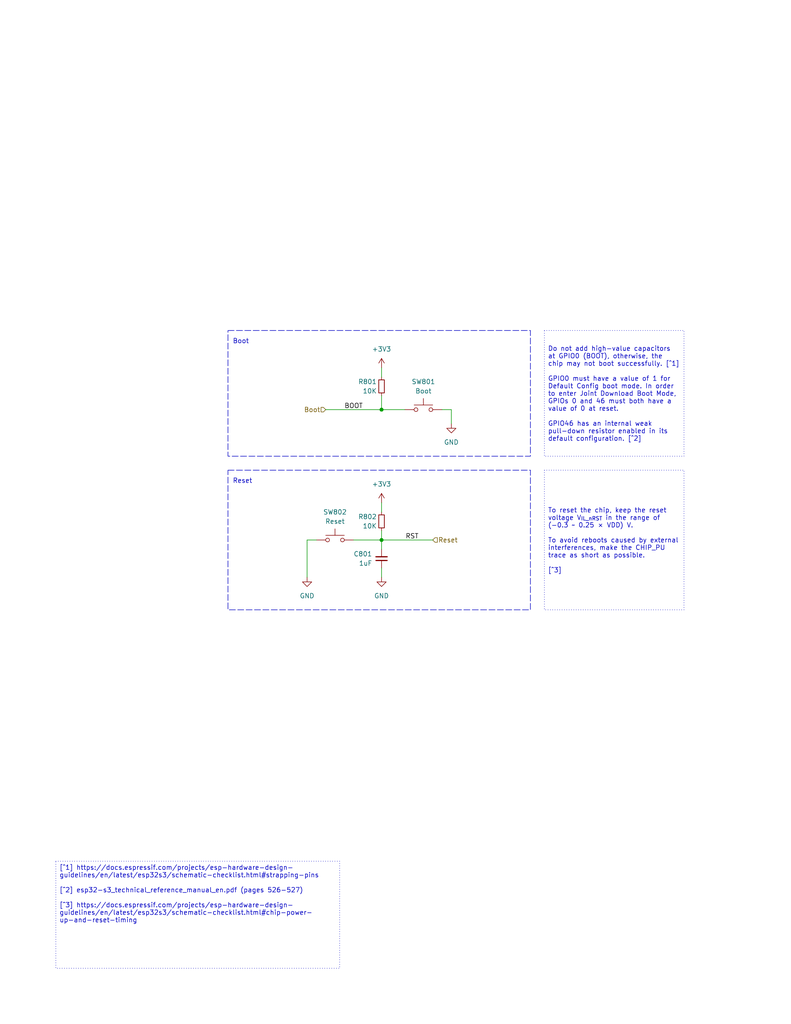
<source format=kicad_sch>
(kicad_sch
	(version 20231120)
	(generator "eeschema")
	(generator_version "8.0")
	(uuid "a26b1a27-9566-4e82-8977-189a5a4684c0")
	(paper "A" portrait)
	(title_block
		(title "Comms Badge Voice Assistant")
		(date "2024-03-02")
		(rev "0.1.1")
		(company "Home Sweet Home Assistant")
	)
	(lib_symbols
		(symbol "Comms Badge Voice Assistant Project:+3V3"
			(power)
			(pin_names
				(offset 0)
			)
			(exclude_from_sim no)
			(in_bom yes)
			(on_board yes)
			(property "Reference" "#PWR"
				(at 0 -3.81 0)
				(effects
					(font
						(size 1.27 1.27)
					)
					(hide yes)
				)
			)
			(property "Value" "+3V3"
				(at 0 3.556 0)
				(effects
					(font
						(size 1.27 1.27)
					)
				)
			)
			(property "Footprint" ""
				(at 0 0 0)
				(effects
					(font
						(size 1.27 1.27)
					)
					(hide yes)
				)
			)
			(property "Datasheet" ""
				(at 0 0 0)
				(effects
					(font
						(size 1.27 1.27)
					)
					(hide yes)
				)
			)
			(property "Description" "Power symbol creates a global label with name \"+3V3\""
				(at 0 0 0)
				(effects
					(font
						(size 1.27 1.27)
					)
					(hide yes)
				)
			)
			(property "ki_keywords" "global power"
				(at 0 0 0)
				(effects
					(font
						(size 1.27 1.27)
					)
					(hide yes)
				)
			)
			(symbol "+3V3_0_1"
				(polyline
					(pts
						(xy -0.762 1.27) (xy 0 2.54)
					)
					(stroke
						(width 0)
						(type default)
					)
					(fill
						(type none)
					)
				)
				(polyline
					(pts
						(xy 0 0) (xy 0 2.54)
					)
					(stroke
						(width 0)
						(type default)
					)
					(fill
						(type none)
					)
				)
				(polyline
					(pts
						(xy 0 2.54) (xy 0.762 1.27)
					)
					(stroke
						(width 0)
						(type default)
					)
					(fill
						(type none)
					)
				)
			)
			(symbol "+3V3_1_1"
				(pin power_in line
					(at 0 0 90)
					(length 0) hide
					(name "+3V3"
						(effects
							(font
								(size 1.27 1.27)
							)
						)
					)
					(number "1"
						(effects
							(font
								(size 1.27 1.27)
							)
						)
					)
				)
			)
		)
		(symbol "Comms Badge Voice Assistant Project:C_Small"
			(pin_numbers hide)
			(pin_names
				(offset 0.254) hide)
			(exclude_from_sim no)
			(in_bom yes)
			(on_board yes)
			(property "Reference" "C"
				(at 0.254 1.778 0)
				(effects
					(font
						(size 1.27 1.27)
					)
					(justify left)
				)
			)
			(property "Value" "C_Small"
				(at 0.254 -2.032 0)
				(effects
					(font
						(size 1.27 1.27)
					)
					(justify left)
				)
			)
			(property "Footprint" ""
				(at 0 0 0)
				(effects
					(font
						(size 1.27 1.27)
					)
					(hide yes)
				)
			)
			(property "Datasheet" "~"
				(at 0 0 0)
				(effects
					(font
						(size 1.27 1.27)
					)
					(hide yes)
				)
			)
			(property "Description" "Unpolarized capacitor, small symbol"
				(at 0 0 0)
				(effects
					(font
						(size 1.27 1.27)
					)
					(hide yes)
				)
			)
			(property "ki_keywords" "capacitor cap"
				(at 0 0 0)
				(effects
					(font
						(size 1.27 1.27)
					)
					(hide yes)
				)
			)
			(property "ki_fp_filters" "C_*"
				(at 0 0 0)
				(effects
					(font
						(size 1.27 1.27)
					)
					(hide yes)
				)
			)
			(symbol "C_Small_0_1"
				(polyline
					(pts
						(xy -1.524 -0.508) (xy 1.524 -0.508)
					)
					(stroke
						(width 0.3302)
						(type default)
					)
					(fill
						(type none)
					)
				)
				(polyline
					(pts
						(xy -1.524 0.508) (xy 1.524 0.508)
					)
					(stroke
						(width 0.3048)
						(type default)
					)
					(fill
						(type none)
					)
				)
			)
			(symbol "C_Small_1_1"
				(pin passive line
					(at 0 2.54 270)
					(length 2.032)
					(name "~"
						(effects
							(font
								(size 1.27 1.27)
							)
						)
					)
					(number "1"
						(effects
							(font
								(size 1.27 1.27)
							)
						)
					)
				)
				(pin passive line
					(at 0 -2.54 90)
					(length 2.032)
					(name "~"
						(effects
							(font
								(size 1.27 1.27)
							)
						)
					)
					(number "2"
						(effects
							(font
								(size 1.27 1.27)
							)
						)
					)
				)
			)
		)
		(symbol "Comms Badge Voice Assistant Project:GND"
			(power)
			(pin_names
				(offset 0)
			)
			(exclude_from_sim no)
			(in_bom yes)
			(on_board yes)
			(property "Reference" "#PWR"
				(at 0 -6.35 0)
				(effects
					(font
						(size 1.27 1.27)
					)
					(hide yes)
				)
			)
			(property "Value" "GND"
				(at 0 -3.81 0)
				(effects
					(font
						(size 1.27 1.27)
					)
				)
			)
			(property "Footprint" ""
				(at 0 0 0)
				(effects
					(font
						(size 1.27 1.27)
					)
					(hide yes)
				)
			)
			(property "Datasheet" ""
				(at 0 0 0)
				(effects
					(font
						(size 1.27 1.27)
					)
					(hide yes)
				)
			)
			(property "Description" "Power symbol creates a global label with name \"GND\" , ground"
				(at 0 0 0)
				(effects
					(font
						(size 1.27 1.27)
					)
					(hide yes)
				)
			)
			(property "ki_keywords" "global power"
				(at 0 0 0)
				(effects
					(font
						(size 1.27 1.27)
					)
					(hide yes)
				)
			)
			(symbol "GND_0_1"
				(polyline
					(pts
						(xy 0 0) (xy 0 -1.27) (xy 1.27 -1.27) (xy 0 -2.54) (xy -1.27 -1.27) (xy 0 -1.27)
					)
					(stroke
						(width 0)
						(type default)
					)
					(fill
						(type none)
					)
				)
			)
			(symbol "GND_1_1"
				(pin power_in line
					(at 0 0 270)
					(length 0) hide
					(name "GND"
						(effects
							(font
								(size 1.27 1.27)
							)
						)
					)
					(number "1"
						(effects
							(font
								(size 1.27 1.27)
							)
						)
					)
				)
			)
		)
		(symbol "Comms Badge Voice Assistant Project:R_Small"
			(pin_numbers hide)
			(pin_names
				(offset 0.254) hide)
			(exclude_from_sim no)
			(in_bom yes)
			(on_board yes)
			(property "Reference" "R"
				(at 0.762 0.508 0)
				(effects
					(font
						(size 1.27 1.27)
					)
					(justify left)
				)
			)
			(property "Value" "R_Small"
				(at 0.762 -1.016 0)
				(effects
					(font
						(size 1.27 1.27)
					)
					(justify left)
				)
			)
			(property "Footprint" ""
				(at 0 0 0)
				(effects
					(font
						(size 1.27 1.27)
					)
					(hide yes)
				)
			)
			(property "Datasheet" "~"
				(at 0 0 0)
				(effects
					(font
						(size 1.27 1.27)
					)
					(hide yes)
				)
			)
			(property "Description" "Resistor, small symbol"
				(at 0 0 0)
				(effects
					(font
						(size 1.27 1.27)
					)
					(hide yes)
				)
			)
			(property "ki_keywords" "R resistor"
				(at 0 0 0)
				(effects
					(font
						(size 1.27 1.27)
					)
					(hide yes)
				)
			)
			(property "ki_fp_filters" "R_*"
				(at 0 0 0)
				(effects
					(font
						(size 1.27 1.27)
					)
					(hide yes)
				)
			)
			(symbol "R_Small_0_1"
				(rectangle
					(start -0.762 1.778)
					(end 0.762 -1.778)
					(stroke
						(width 0.2032)
						(type default)
					)
					(fill
						(type none)
					)
				)
			)
			(symbol "R_Small_1_1"
				(pin passive line
					(at 0 2.54 270)
					(length 0.762)
					(name "~"
						(effects
							(font
								(size 1.27 1.27)
							)
						)
					)
					(number "1"
						(effects
							(font
								(size 1.27 1.27)
							)
						)
					)
				)
				(pin passive line
					(at 0 -2.54 90)
					(length 0.762)
					(name "~"
						(effects
							(font
								(size 1.27 1.27)
							)
						)
					)
					(number "2"
						(effects
							(font
								(size 1.27 1.27)
							)
						)
					)
				)
			)
		)
		(symbol "Comms Badge Voice Assistant Project:SW_Push"
			(pin_numbers hide)
			(pin_names
				(offset 1.016) hide)
			(exclude_from_sim no)
			(in_bom yes)
			(on_board yes)
			(property "Reference" "SW"
				(at 1.27 2.54 0)
				(effects
					(font
						(size 1.27 1.27)
					)
					(justify left)
				)
			)
			(property "Value" "SW_Push"
				(at 0 -1.524 0)
				(effects
					(font
						(size 1.27 1.27)
					)
				)
			)
			(property "Footprint" ""
				(at 0 5.08 0)
				(effects
					(font
						(size 1.27 1.27)
					)
					(hide yes)
				)
			)
			(property "Datasheet" "~"
				(at 0 5.08 0)
				(effects
					(font
						(size 1.27 1.27)
					)
					(hide yes)
				)
			)
			(property "Description" "Push button switch, generic, two pins"
				(at 0 0 0)
				(effects
					(font
						(size 1.27 1.27)
					)
					(hide yes)
				)
			)
			(property "ki_keywords" "switch normally-open pushbutton push-button"
				(at 0 0 0)
				(effects
					(font
						(size 1.27 1.27)
					)
					(hide yes)
				)
			)
			(symbol "SW_Push_0_1"
				(circle
					(center -2.032 0)
					(radius 0.508)
					(stroke
						(width 0)
						(type default)
					)
					(fill
						(type none)
					)
				)
				(polyline
					(pts
						(xy 0 1.27) (xy 0 3.048)
					)
					(stroke
						(width 0)
						(type default)
					)
					(fill
						(type none)
					)
				)
				(polyline
					(pts
						(xy 2.54 1.27) (xy -2.54 1.27)
					)
					(stroke
						(width 0)
						(type default)
					)
					(fill
						(type none)
					)
				)
				(circle
					(center 2.032 0)
					(radius 0.508)
					(stroke
						(width 0)
						(type default)
					)
					(fill
						(type none)
					)
				)
				(pin passive line
					(at -5.08 0 0)
					(length 2.54)
					(name "1"
						(effects
							(font
								(size 1.27 1.27)
							)
						)
					)
					(number "1"
						(effects
							(font
								(size 1.27 1.27)
							)
						)
					)
				)
				(pin passive line
					(at 5.08 0 180)
					(length 2.54)
					(name "2"
						(effects
							(font
								(size 1.27 1.27)
							)
						)
					)
					(number "2"
						(effects
							(font
								(size 1.27 1.27)
							)
						)
					)
				)
			)
		)
	)
	(junction
		(at 104.14 147.32)
		(diameter 0)
		(color 0 0 0 0)
		(uuid "2517f1b0-4479-491a-ad58-24387fe3e62c")
	)
	(junction
		(at 104.14 111.76)
		(diameter 0)
		(color 0 0 0 0)
		(uuid "c3b182c2-0590-4fb9-8272-34dfd09600e8")
	)
	(wire
		(pts
			(xy 86.36 147.32) (xy 83.82 147.32)
		)
		(stroke
			(width 0)
			(type default)
		)
		(uuid "1184ba8b-f2b9-4177-9fb3-788d956b6563")
	)
	(wire
		(pts
			(xy 123.19 111.76) (xy 123.19 115.57)
		)
		(stroke
			(width 0)
			(type default)
		)
		(uuid "146ee061-5e47-4752-997a-c840c58a3e8c")
	)
	(wire
		(pts
			(xy 96.52 147.32) (xy 104.14 147.32)
		)
		(stroke
			(width 0)
			(type default)
		)
		(uuid "2bb21c81-c900-48f9-9e9c-f8b86f991861")
	)
	(wire
		(pts
			(xy 88.9 111.76) (xy 104.14 111.76)
		)
		(stroke
			(width 0)
			(type default)
		)
		(uuid "3acb7106-9766-4a14-a6d7-b539bd6071f3")
	)
	(wire
		(pts
			(xy 83.82 147.32) (xy 83.82 157.48)
		)
		(stroke
			(width 0)
			(type default)
		)
		(uuid "4068fe41-1be3-489e-b8de-7fd4aadbcfab")
	)
	(wire
		(pts
			(xy 104.14 144.78) (xy 104.14 147.32)
		)
		(stroke
			(width 0)
			(type default)
		)
		(uuid "60971a4c-a286-43f9-b53e-1c982de1d72a")
	)
	(wire
		(pts
			(xy 104.14 100.33) (xy 104.14 102.87)
		)
		(stroke
			(width 0)
			(type default)
		)
		(uuid "86f967ab-2e66-4f6b-b012-1340e7a10094")
	)
	(wire
		(pts
			(xy 104.14 147.32) (xy 104.14 149.86)
		)
		(stroke
			(width 0)
			(type default)
		)
		(uuid "90c7e711-6528-4ebe-823b-24a3d914e103")
	)
	(wire
		(pts
			(xy 104.14 111.76) (xy 110.49 111.76)
		)
		(stroke
			(width 0)
			(type default)
		)
		(uuid "9d80aa26-c879-4947-b887-3fef47352cb7")
	)
	(wire
		(pts
			(xy 104.14 147.32) (xy 118.11 147.32)
		)
		(stroke
			(width 0)
			(type default)
		)
		(uuid "c024fd5b-9fde-48d6-a36c-b4e6adb68767")
	)
	(wire
		(pts
			(xy 104.14 107.95) (xy 104.14 111.76)
		)
		(stroke
			(width 0)
			(type default)
		)
		(uuid "dac7a806-acea-49db-afba-a9774993001a")
	)
	(wire
		(pts
			(xy 120.65 111.76) (xy 123.19 111.76)
		)
		(stroke
			(width 0)
			(type default)
		)
		(uuid "ed6e9414-3ce2-401d-a2e9-089eed881f3b")
	)
	(wire
		(pts
			(xy 104.14 137.16) (xy 104.14 139.7)
		)
		(stroke
			(width 0)
			(type default)
		)
		(uuid "f0ab9543-1e57-4180-af45-4650dd562445")
	)
	(wire
		(pts
			(xy 104.14 154.94) (xy 104.14 157.48)
		)
		(stroke
			(width 0)
			(type default)
		)
		(uuid "f35f6517-5609-4728-8653-7ef3ae11f4cd")
	)
	(rectangle
		(start 62.23 90.17)
		(end 144.78 124.46)
		(stroke
			(width 0)
			(type dash)
		)
		(fill
			(type none)
		)
		(uuid b93e43b3-96d8-4970-b742-feb906dd00f1)
	)
	(rectangle
		(start 62.23 128.27)
		(end 144.78 166.37)
		(stroke
			(width 0)
			(type dash)
		)
		(fill
			(type none)
		)
		(uuid fce10db9-8e78-4f8e-9699-ae34eefd2630)
	)
	(text_box "[^1] https://docs.espressif.com/projects/esp-hardware-design-\nguidelines/en/latest/esp32s3/schematic-checklist.html#strapping-pins\n\n[^2] esp32-s3_technical_reference_manual_en.pdf (pages 526-527)\n\n[^3] https://docs.espressif.com/projects/esp-hardware-design-\nguidelines/en/latest/esp32s3/schematic-checklist.html#chip-power-\nup-and-reset-timing"
		(exclude_from_sim no)
		(at 15.24 234.95 0)
		(size 77.47 29.21)
		(stroke
			(width 0)
			(type dot)
		)
		(fill
			(type none)
		)
		(effects
			(font
				(size 1.27 1.27)
			)
			(justify left top)
		)
		(uuid "03de6ca2-eabb-4f00-9842-36623bd04f25")
	)
	(text_box "Do not add high-value capacitors at GPIO0 (BOOT), otherwise, the chip may not boot successfully. [^1]\n\nGPIO0 must have a value of 1 for Default Config boot mode. In order to enter Joint Download Boot Mode, GPIOs 0 and 46 must both have a value of 0 at reset. \n\nGPIO46 has an internal weak pull-down resistor enabled in its default configuration. [^2]"
		(exclude_from_sim no)
		(at 148.59 90.17 0)
		(size 38.1 34.29)
		(stroke
			(width 0)
			(type dot)
		)
		(fill
			(type none)
		)
		(effects
			(font
				(size 1.27 1.27)
			)
			(justify left)
		)
		(uuid "5f18c510-6b9a-4b30-8189-182245246370")
	)
	(text_box "To reset the chip, keep the reset voltage V_{IL_nRST} in the range of (-0.3 ~ 0.25 × VDD) V. \n\nTo avoid reboots caused by external interferences, make the CHIP_PU trace as short as possible.\n\n[^3]"
		(exclude_from_sim no)
		(at 148.59 128.27 0)
		(size 38.1 38.1)
		(stroke
			(width 0)
			(type dot)
		)
		(fill
			(type none)
		)
		(effects
			(font
				(size 1.27 1.27)
			)
			(justify left)
		)
		(uuid "96389d71-3c65-4fdc-a545-a8891bf2809a")
	)
	(text "Reset"
		(exclude_from_sim no)
		(at 63.5 131.318 0)
		(effects
			(font
				(size 1.27 1.27)
			)
			(justify left)
		)
		(uuid "39246a6c-53d5-4de0-a01b-5dfe33bea7fb")
	)
	(text "Boot"
		(exclude_from_sim no)
		(at 63.5 93.218 0)
		(effects
			(font
				(size 1.27 1.27)
			)
			(justify left)
		)
		(uuid "72eee627-556a-40e9-bfa1-cdd4c9c77ab4")
	)
	(label "RST"
		(at 114.3 147.32 180)
		(fields_autoplaced yes)
		(effects
			(font
				(size 1.27 1.27)
			)
			(justify right bottom)
		)
		(uuid "3c256dbc-79a1-4626-9075-8c9153dda433")
	)
	(label "BOOT"
		(at 93.98 111.76 0)
		(fields_autoplaced yes)
		(effects
			(font
				(size 1.27 1.27)
			)
			(justify left bottom)
		)
		(uuid "5cf7642d-aedd-43d1-9390-80e4527e66a1")
	)
	(hierarchical_label "Boot"
		(shape input)
		(at 88.9 111.76 180)
		(fields_autoplaced yes)
		(effects
			(font
				(size 1.27 1.27)
			)
			(justify right)
		)
		(uuid "222660b7-9e7a-473e-8442-e1fc7366cb8c")
	)
	(hierarchical_label "Reset"
		(shape input)
		(at 118.11 147.32 0)
		(fields_autoplaced yes)
		(effects
			(font
				(size 1.27 1.27)
			)
			(justify left)
		)
		(uuid "885cc80f-3ac4-4bb8-8372-f23f6a8e28cb")
	)
	(symbol
		(lib_id "Comms Badge Voice Assistant Project:C_Small")
		(at 104.14 152.4 180)
		(unit 1)
		(exclude_from_sim no)
		(in_bom yes)
		(on_board yes)
		(dnp no)
		(uuid "1fdbf65c-3cbf-45ec-bbc8-37d9112a1138")
		(property "Reference" "C801"
			(at 101.6 151.13 0)
			(effects
				(font
					(size 1.27 1.27)
				)
				(justify left)
			)
		)
		(property "Value" "1uF"
			(at 101.6 153.67 0)
			(effects
				(font
					(size 1.27 1.27)
				)
				(justify left)
			)
		)
		(property "Footprint" "Capacitor_SMD:C_0402_1005Metric"
			(at 104.14 152.4 0)
			(effects
				(font
					(size 1.27 1.27)
				)
				(hide yes)
			)
		)
		(property "Datasheet" "https://datasheet.lcsc.com/lcsc/1811081616_Murata-Electronics-GRM155R61E105KA12D_C77009.pdf"
			(at 104.14 152.4 0)
			(effects
				(font
					(size 1.27 1.27)
				)
				(hide yes)
			)
		)
		(property "Description" ""
			(at 104.14 152.4 0)
			(effects
				(font
					(size 1.27 1.27)
				)
				(hide yes)
			)
		)
		(property "LCSC #" "C77009"
			(at 104.14 152.4 0)
			(effects
				(font
					(size 1.27 1.27)
				)
				(hide yes)
			)
		)
		(property "Mfr. Part #" "GRM155R61E105KA12D"
			(at 104.14 152.4 0)
			(effects
				(font
					(size 1.27 1.27)
				)
				(hide yes)
			)
		)
		(property "DigiKey #" "490-10017-1-ND"
			(at 104.14 152.4 0)
			(effects
				(font
					(size 1.27 1.27)
				)
				(hide yes)
			)
		)
		(property "Mouser #" "81-GRM155R61E105KA2D"
			(at 104.14 152.4 0)
			(effects
				(font
					(size 1.27 1.27)
				)
				(hide yes)
			)
		)
		(property "Price" "0.0067"
			(at 104.14 152.4 0)
			(effects
				(font
					(size 1.27 1.27)
				)
				(hide yes)
			)
		)
		(pin "1"
			(uuid "cc56b655-3318-40a6-b454-9c13eb1a203a")
		)
		(pin "2"
			(uuid "cb2867d1-3d92-4e5b-b032-0c3ec840409e")
		)
		(instances
			(project "Comms Badge Voice Assistant Project"
				(path "/615e3260-ff62-492c-a651-02eeac1fdade/5fa97130-643a-4419-aa6c-6ca7316b1e6f/3e8542b9-5d82-49f7-963f-17301202de94"
					(reference "C801")
					(unit 1)
				)
			)
		)
	)
	(symbol
		(lib_id "Comms Badge Voice Assistant Project:SW_Push")
		(at 115.57 111.76 0)
		(unit 1)
		(exclude_from_sim no)
		(in_bom yes)
		(on_board yes)
		(dnp no)
		(fields_autoplaced yes)
		(uuid "45ec68c7-afd4-4941-9b5b-c9514beb97fc")
		(property "Reference" "SW801"
			(at 115.57 104.14 0)
			(effects
				(font
					(size 1.27 1.27)
				)
			)
		)
		(property "Value" "Boot"
			(at 115.57 106.68 0)
			(effects
				(font
					(size 1.27 1.27)
				)
			)
		)
		(property "Footprint" "Button_Switch_SMD:SW_Push_SPST_NO_Alps_SKRK"
			(at 115.57 106.68 0)
			(effects
				(font
					(size 1.27 1.27)
				)
				(hide yes)
			)
		)
		(property "Datasheet" "https://datasheet.lcsc.com/lcsc/2309251154_Lian-Xin-Technology-XDTD-0304-215_C7498203.pdf"
			(at 115.57 106.68 0)
			(effects
				(font
					(size 1.27 1.27)
				)
				(hide yes)
			)
		)
		(property "Description" ""
			(at 115.57 111.76 0)
			(effects
				(font
					(size 1.27 1.27)
				)
				(hide yes)
			)
		)
		(property "LCSC #" "C7498203"
			(at 115.57 111.76 0)
			(effects
				(font
					(size 1.27 1.27)
				)
				(hide yes)
			)
		)
		(property "Mfr. Part #" "XDTD-0304-215"
			(at 115.57 111.76 0)
			(effects
				(font
					(size 1.27 1.27)
				)
				(hide yes)
			)
		)
		(property "DigiKey #" "2449-CS1213AGF260CT-ND"
			(at 115.57 111.76 0)
			(effects
				(font
					(size 1.27 1.27)
				)
				(hide yes)
			)
		)
		(property "Mouser #" "NA"
			(at 115.57 111.76 0)
			(effects
				(font
					(size 1.27 1.27)
				)
				(hide yes)
			)
		)
		(property "Price" "0.0426"
			(at 115.57 111.76 0)
			(effects
				(font
					(size 1.27 1.27)
				)
				(hide yes)
			)
		)
		(pin "1"
			(uuid "13fc0e47-7ed1-4658-8462-8edaa3225482")
		)
		(pin "2"
			(uuid "aa34fd0f-a48a-493b-a1fc-36eedd38efe7")
		)
		(instances
			(project "Comms Badge Voice Assistant Project"
				(path "/615e3260-ff62-492c-a651-02eeac1fdade/5fa97130-643a-4419-aa6c-6ca7316b1e6f/3e8542b9-5d82-49f7-963f-17301202de94"
					(reference "SW801")
					(unit 1)
				)
			)
		)
	)
	(symbol
		(lib_id "Comms Badge Voice Assistant Project:+3V3")
		(at 104.14 137.16 0)
		(unit 1)
		(exclude_from_sim no)
		(in_bom yes)
		(on_board yes)
		(dnp no)
		(fields_autoplaced yes)
		(uuid "67ee5be9-c415-4c05-829d-b2a321c44cd0")
		(property "Reference" "#PWR0803"
			(at 104.14 140.97 0)
			(effects
				(font
					(size 1.27 1.27)
				)
				(hide yes)
			)
		)
		(property "Value" "+3V3"
			(at 104.14 132.08 0)
			(effects
				(font
					(size 1.27 1.27)
				)
			)
		)
		(property "Footprint" ""
			(at 104.14 137.16 0)
			(effects
				(font
					(size 1.27 1.27)
				)
				(hide yes)
			)
		)
		(property "Datasheet" ""
			(at 104.14 137.16 0)
			(effects
				(font
					(size 1.27 1.27)
				)
				(hide yes)
			)
		)
		(property "Description" ""
			(at 104.14 137.16 0)
			(effects
				(font
					(size 1.27 1.27)
				)
				(hide yes)
			)
		)
		(pin "1"
			(uuid "4b95dc2f-5596-4aa4-b621-106d0296a6a6")
		)
		(instances
			(project "Comms Badge Voice Assistant Project"
				(path "/615e3260-ff62-492c-a651-02eeac1fdade/5fa97130-643a-4419-aa6c-6ca7316b1e6f/3e8542b9-5d82-49f7-963f-17301202de94"
					(reference "#PWR0803")
					(unit 1)
				)
			)
		)
	)
	(symbol
		(lib_id "Comms Badge Voice Assistant Project:GND")
		(at 104.14 157.48 0)
		(unit 1)
		(exclude_from_sim no)
		(in_bom yes)
		(on_board yes)
		(dnp no)
		(fields_autoplaced yes)
		(uuid "7642d8c7-501f-48a7-9466-1e8595dfae3a")
		(property "Reference" "#PWR0805"
			(at 104.14 163.83 0)
			(effects
				(font
					(size 1.27 1.27)
				)
				(hide yes)
			)
		)
		(property "Value" "GND"
			(at 104.14 162.56 0)
			(effects
				(font
					(size 1.27 1.27)
				)
			)
		)
		(property "Footprint" ""
			(at 104.14 157.48 0)
			(effects
				(font
					(size 1.27 1.27)
				)
				(hide yes)
			)
		)
		(property "Datasheet" ""
			(at 104.14 157.48 0)
			(effects
				(font
					(size 1.27 1.27)
				)
				(hide yes)
			)
		)
		(property "Description" ""
			(at 104.14 157.48 0)
			(effects
				(font
					(size 1.27 1.27)
				)
				(hide yes)
			)
		)
		(pin "1"
			(uuid "0ece9dba-2a4c-417b-b354-641cb1e08d02")
		)
		(instances
			(project "Comms Badge Voice Assistant Project"
				(path "/615e3260-ff62-492c-a651-02eeac1fdade/5fa97130-643a-4419-aa6c-6ca7316b1e6f/3e8542b9-5d82-49f7-963f-17301202de94"
					(reference "#PWR0805")
					(unit 1)
				)
			)
		)
	)
	(symbol
		(lib_id "Comms Badge Voice Assistant Project:GND")
		(at 123.19 115.57 0)
		(unit 1)
		(exclude_from_sim no)
		(in_bom yes)
		(on_board yes)
		(dnp no)
		(fields_autoplaced yes)
		(uuid "8daaeac2-a818-449b-bdc9-c3d7ed09883f")
		(property "Reference" "#PWR0802"
			(at 123.19 121.92 0)
			(effects
				(font
					(size 1.27 1.27)
				)
				(hide yes)
			)
		)
		(property "Value" "GND"
			(at 123.19 120.65 0)
			(effects
				(font
					(size 1.27 1.27)
				)
			)
		)
		(property "Footprint" ""
			(at 123.19 115.57 0)
			(effects
				(font
					(size 1.27 1.27)
				)
				(hide yes)
			)
		)
		(property "Datasheet" ""
			(at 123.19 115.57 0)
			(effects
				(font
					(size 1.27 1.27)
				)
				(hide yes)
			)
		)
		(property "Description" ""
			(at 123.19 115.57 0)
			(effects
				(font
					(size 1.27 1.27)
				)
				(hide yes)
			)
		)
		(pin "1"
			(uuid "c7a19f76-7686-451e-b2d0-6f3ecb641fd3")
		)
		(instances
			(project "Comms Badge Voice Assistant Project"
				(path "/615e3260-ff62-492c-a651-02eeac1fdade/5fa97130-643a-4419-aa6c-6ca7316b1e6f/3e8542b9-5d82-49f7-963f-17301202de94"
					(reference "#PWR0802")
					(unit 1)
				)
			)
		)
	)
	(symbol
		(lib_id "Comms Badge Voice Assistant Project:+3V3")
		(at 104.14 100.33 0)
		(unit 1)
		(exclude_from_sim no)
		(in_bom yes)
		(on_board yes)
		(dnp no)
		(fields_autoplaced yes)
		(uuid "98936c76-5ea8-49f8-89bc-3d95035af10d")
		(property "Reference" "#PWR0801"
			(at 104.14 104.14 0)
			(effects
				(font
					(size 1.27 1.27)
				)
				(hide yes)
			)
		)
		(property "Value" "+3V3"
			(at 104.14 95.25 0)
			(effects
				(font
					(size 1.27 1.27)
				)
			)
		)
		(property "Footprint" ""
			(at 104.14 100.33 0)
			(effects
				(font
					(size 1.27 1.27)
				)
				(hide yes)
			)
		)
		(property "Datasheet" ""
			(at 104.14 100.33 0)
			(effects
				(font
					(size 1.27 1.27)
				)
				(hide yes)
			)
		)
		(property "Description" ""
			(at 104.14 100.33 0)
			(effects
				(font
					(size 1.27 1.27)
				)
				(hide yes)
			)
		)
		(pin "1"
			(uuid "4cc6c1c4-e8c7-493d-9fe9-b5f0de74aa2e")
		)
		(instances
			(project "Comms Badge Voice Assistant Project"
				(path "/615e3260-ff62-492c-a651-02eeac1fdade/5fa97130-643a-4419-aa6c-6ca7316b1e6f/3e8542b9-5d82-49f7-963f-17301202de94"
					(reference "#PWR0801")
					(unit 1)
				)
			)
		)
	)
	(symbol
		(lib_id "Comms Badge Voice Assistant Project:R_Small")
		(at 104.14 142.24 0)
		(unit 1)
		(exclude_from_sim no)
		(in_bom yes)
		(on_board yes)
		(dnp no)
		(uuid "a78f3c21-5f2d-496d-a43a-cbf5e335c28d")
		(property "Reference" "R802"
			(at 102.87 140.97 0)
			(effects
				(font
					(size 1.27 1.27)
				)
				(justify right)
			)
		)
		(property "Value" "10K"
			(at 102.87 143.51 0)
			(effects
				(font
					(size 1.27 1.27)
				)
				(justify right)
			)
		)
		(property "Footprint" "Resistor_SMD:R_0402_1005Metric"
			(at 104.14 142.24 0)
			(effects
				(font
					(size 1.27 1.27)
				)
				(hide yes)
			)
		)
		(property "Datasheet" "https://datasheet.lcsc.com/lcsc/2304140030_YAGEO-RC0402FR-0710KL_C60490.pdf"
			(at 104.14 142.24 0)
			(effects
				(font
					(size 1.27 1.27)
				)
				(hide yes)
			)
		)
		(property "Description" ""
			(at 104.14 142.24 0)
			(effects
				(font
					(size 1.27 1.27)
				)
				(hide yes)
			)
		)
		(property "DigiKey #" "311-10.0KLRCT-ND"
			(at 104.14 142.24 0)
			(effects
				(font
					(size 1.27 1.27)
				)
				(hide yes)
			)
		)
		(property "LCSC #" "C60490"
			(at 104.14 142.24 0)
			(effects
				(font
					(size 1.27 1.27)
				)
				(hide yes)
			)
		)
		(property "Mfr. Part #" "RC0402FR-0710KL"
			(at 104.14 142.24 0)
			(effects
				(font
					(size 1.27 1.27)
				)
				(hide yes)
			)
		)
		(property "Mouser #" "603-RC0402FR-0710KL"
			(at 104.14 142.24 0)
			(effects
				(font
					(size 1.27 1.27)
				)
				(hide yes)
			)
		)
		(property "Price" "0.0006"
			(at 104.14 142.24 0)
			(effects
				(font
					(size 1.27 1.27)
				)
				(hide yes)
			)
		)
		(pin "1"
			(uuid "e50e7de5-00e6-4617-907f-ce46cfce6f82")
		)
		(pin "2"
			(uuid "7c1222c5-e4ce-46d0-9f94-ae8c6245c4f1")
		)
		(instances
			(project "Comms Badge Voice Assistant Project"
				(path "/615e3260-ff62-492c-a651-02eeac1fdade/5fa97130-643a-4419-aa6c-6ca7316b1e6f/3e8542b9-5d82-49f7-963f-17301202de94"
					(reference "R802")
					(unit 1)
				)
			)
		)
	)
	(symbol
		(lib_id "Comms Badge Voice Assistant Project:GND")
		(at 83.82 157.48 0)
		(unit 1)
		(exclude_from_sim no)
		(in_bom yes)
		(on_board yes)
		(dnp no)
		(fields_autoplaced yes)
		(uuid "be5a3a3c-c201-4834-a125-1ad03046f51a")
		(property "Reference" "#PWR0804"
			(at 83.82 163.83 0)
			(effects
				(font
					(size 1.27 1.27)
				)
				(hide yes)
			)
		)
		(property "Value" "GND"
			(at 83.82 162.56 0)
			(effects
				(font
					(size 1.27 1.27)
				)
			)
		)
		(property "Footprint" ""
			(at 83.82 157.48 0)
			(effects
				(font
					(size 1.27 1.27)
				)
				(hide yes)
			)
		)
		(property "Datasheet" ""
			(at 83.82 157.48 0)
			(effects
				(font
					(size 1.27 1.27)
				)
				(hide yes)
			)
		)
		(property "Description" ""
			(at 83.82 157.48 0)
			(effects
				(font
					(size 1.27 1.27)
				)
				(hide yes)
			)
		)
		(pin "1"
			(uuid "418f5cd3-f0fb-46ee-a602-576fc330aa39")
		)
		(instances
			(project "Comms Badge Voice Assistant Project"
				(path "/615e3260-ff62-492c-a651-02eeac1fdade/5fa97130-643a-4419-aa6c-6ca7316b1e6f/3e8542b9-5d82-49f7-963f-17301202de94"
					(reference "#PWR0804")
					(unit 1)
				)
			)
		)
	)
	(symbol
		(lib_id "Comms Badge Voice Assistant Project:R_Small")
		(at 104.14 105.41 0)
		(unit 1)
		(exclude_from_sim no)
		(in_bom yes)
		(on_board yes)
		(dnp no)
		(uuid "e208e8e5-2885-42a9-a882-81a409df34a5")
		(property "Reference" "R801"
			(at 102.87 104.14 0)
			(effects
				(font
					(size 1.27 1.27)
				)
				(justify right)
			)
		)
		(property "Value" "10K"
			(at 102.87 106.68 0)
			(effects
				(font
					(size 1.27 1.27)
				)
				(justify right)
			)
		)
		(property "Footprint" "Resistor_SMD:R_0402_1005Metric"
			(at 104.14 105.41 0)
			(effects
				(font
					(size 1.27 1.27)
				)
				(hide yes)
			)
		)
		(property "Datasheet" "https://datasheet.lcsc.com/lcsc/2304140030_YAGEO-RC0402FR-0710KL_C60490.pdf"
			(at 104.14 105.41 0)
			(effects
				(font
					(size 1.27 1.27)
				)
				(hide yes)
			)
		)
		(property "Description" ""
			(at 104.14 105.41 0)
			(effects
				(font
					(size 1.27 1.27)
				)
				(hide yes)
			)
		)
		(property "DigiKey #" "311-10.0KLRCT-ND"
			(at 104.14 105.41 0)
			(effects
				(font
					(size 1.27 1.27)
				)
				(hide yes)
			)
		)
		(property "LCSC #" "C60490"
			(at 104.14 105.41 0)
			(effects
				(font
					(size 1.27 1.27)
				)
				(hide yes)
			)
		)
		(property "Mfr. Part #" "RC0402FR-0710KL"
			(at 104.14 105.41 0)
			(effects
				(font
					(size 1.27 1.27)
				)
				(hide yes)
			)
		)
		(property "Mouser #" "603-RC0402FR-0710KL"
			(at 104.14 105.41 0)
			(effects
				(font
					(size 1.27 1.27)
				)
				(hide yes)
			)
		)
		(property "Price" "0.0006"
			(at 104.14 105.41 0)
			(effects
				(font
					(size 1.27 1.27)
				)
				(hide yes)
			)
		)
		(pin "1"
			(uuid "446524cb-6813-4d86-83a7-902970a7b88a")
		)
		(pin "2"
			(uuid "444eca67-2ed8-4a5d-801f-7fccf8e96665")
		)
		(instances
			(project "Comms Badge Voice Assistant Project"
				(path "/615e3260-ff62-492c-a651-02eeac1fdade/5fa97130-643a-4419-aa6c-6ca7316b1e6f/3e8542b9-5d82-49f7-963f-17301202de94"
					(reference "R801")
					(unit 1)
				)
			)
		)
	)
	(symbol
		(lib_id "Comms Badge Voice Assistant Project:SW_Push")
		(at 91.44 147.32 0)
		(unit 1)
		(exclude_from_sim no)
		(in_bom yes)
		(on_board yes)
		(dnp no)
		(fields_autoplaced yes)
		(uuid "e6a6a7c6-89b8-4334-9e02-044e480ba27d")
		(property "Reference" "SW802"
			(at 91.44 139.7 0)
			(effects
				(font
					(size 1.27 1.27)
				)
			)
		)
		(property "Value" "Reset"
			(at 91.44 142.24 0)
			(effects
				(font
					(size 1.27 1.27)
				)
			)
		)
		(property "Footprint" "Button_Switch_SMD:SW_Push_SPST_NO_Alps_SKRK"
			(at 91.44 142.24 0)
			(effects
				(font
					(size 1.27 1.27)
				)
				(hide yes)
			)
		)
		(property "Datasheet" "https://datasheet.lcsc.com/lcsc/2309251154_Lian-Xin-Technology-XDTD-0304-215_C7498203.pdf"
			(at 91.44 142.24 0)
			(effects
				(font
					(size 1.27 1.27)
				)
				(hide yes)
			)
		)
		(property "Description" ""
			(at 91.44 147.32 0)
			(effects
				(font
					(size 1.27 1.27)
				)
				(hide yes)
			)
		)
		(property "LCSC #" "C7498203"
			(at 91.44 147.32 0)
			(effects
				(font
					(size 1.27 1.27)
				)
				(hide yes)
			)
		)
		(property "Mfr. Part #" "XDTD-0304-215"
			(at 91.44 147.32 0)
			(effects
				(font
					(size 1.27 1.27)
				)
				(hide yes)
			)
		)
		(property "DigiKey #" "2449-CS1213AGF260CT-ND"
			(at 91.44 147.32 0)
			(effects
				(font
					(size 1.27 1.27)
				)
				(hide yes)
			)
		)
		(property "Mouser #" "NA"
			(at 91.44 147.32 0)
			(effects
				(font
					(size 1.27 1.27)
				)
				(hide yes)
			)
		)
		(property "Price" "0.0426"
			(at 91.44 147.32 0)
			(effects
				(font
					(size 1.27 1.27)
				)
				(hide yes)
			)
		)
		(pin "1"
			(uuid "47ce37e6-99c8-4632-aed7-ad47f918c6aa")
		)
		(pin "2"
			(uuid "eb56378a-0e9a-4bd1-bacc-754a1924b06e")
		)
		(instances
			(project "Comms Badge Voice Assistant Project"
				(path "/615e3260-ff62-492c-a651-02eeac1fdade/5fa97130-643a-4419-aa6c-6ca7316b1e6f/3e8542b9-5d82-49f7-963f-17301202de94"
					(reference "SW802")
					(unit 1)
				)
			)
		)
	)
)

</source>
